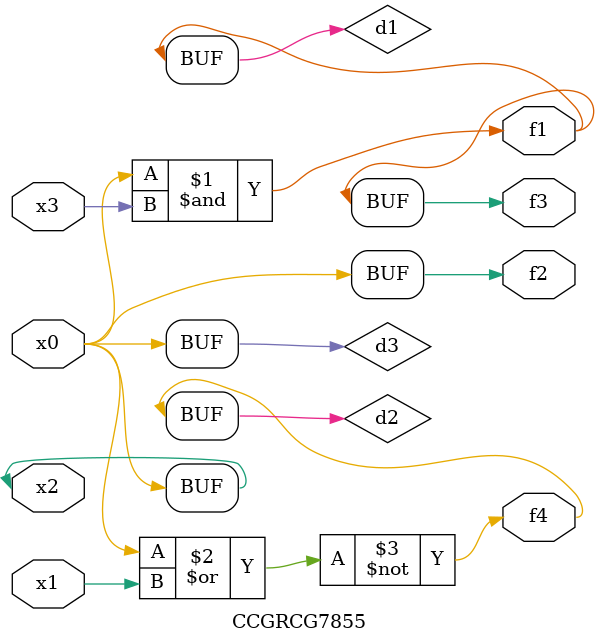
<source format=v>
module CCGRCG7855(
	input x0, x1, x2, x3,
	output f1, f2, f3, f4
);

	wire d1, d2, d3;

	and (d1, x2, x3);
	nor (d2, x0, x1);
	buf (d3, x0, x2);
	assign f1 = d1;
	assign f2 = d3;
	assign f3 = d1;
	assign f4 = d2;
endmodule

</source>
